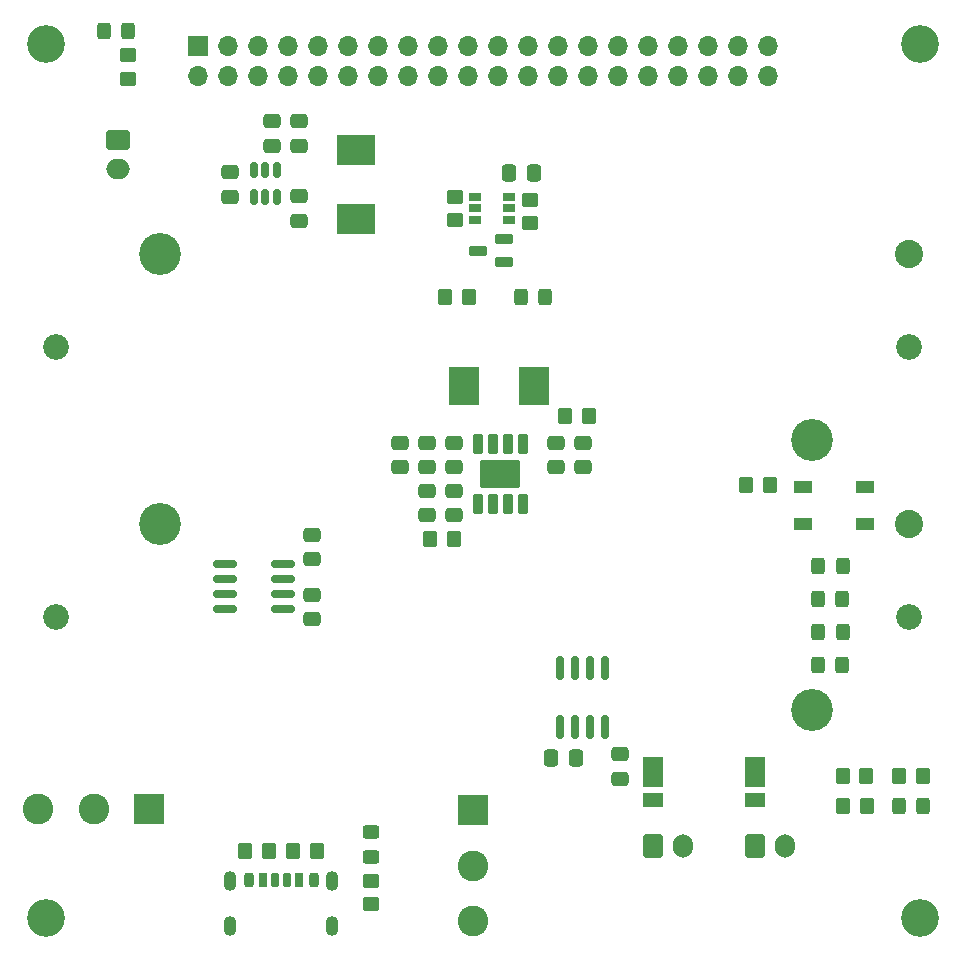
<source format=gts>
%TF.GenerationSoftware,KiCad,Pcbnew,8.0.6*%
%TF.CreationDate,2024-11-27T19:42:17+03:00*%
%TF.ProjectId,EPSv3,45505376-332e-46b6-9963-61645f706362,rev?*%
%TF.SameCoordinates,Original*%
%TF.FileFunction,Soldermask,Top*%
%TF.FilePolarity,Negative*%
%FSLAX46Y46*%
G04 Gerber Fmt 4.6, Leading zero omitted, Abs format (unit mm)*
G04 Created by KiCad (PCBNEW 8.0.6) date 2024-11-27 19:42:17*
%MOMM*%
%LPD*%
G01*
G04 APERTURE LIST*
G04 Aperture macros list*
%AMRoundRect*
0 Rectangle with rounded corners*
0 $1 Rounding radius*
0 $2 $3 $4 $5 $6 $7 $8 $9 X,Y pos of 4 corners*
0 Add a 4 corners polygon primitive as box body*
4,1,4,$2,$3,$4,$5,$6,$7,$8,$9,$2,$3,0*
0 Add four circle primitives for the rounded corners*
1,1,$1+$1,$2,$3*
1,1,$1+$1,$4,$5*
1,1,$1+$1,$6,$7*
1,1,$1+$1,$8,$9*
0 Add four rect primitives between the rounded corners*
20,1,$1+$1,$2,$3,$4,$5,0*
20,1,$1+$1,$4,$5,$6,$7,0*
20,1,$1+$1,$6,$7,$8,$9,0*
20,1,$1+$1,$8,$9,$2,$3,0*%
G04 Aperture macros list end*
%ADD10RoundRect,0.250000X-0.337500X-0.475000X0.337500X-0.475000X0.337500X0.475000X-0.337500X0.475000X0*%
%ADD11RoundRect,0.250000X-0.475000X0.337500X-0.475000X-0.337500X0.475000X-0.337500X0.475000X0.337500X0*%
%ADD12RoundRect,0.250000X0.475000X-0.337500X0.475000X0.337500X-0.475000X0.337500X-0.475000X-0.337500X0*%
%ADD13RoundRect,0.250000X-0.450000X0.350000X-0.450000X-0.350000X0.450000X-0.350000X0.450000X0.350000X0*%
%ADD14RoundRect,0.250000X-0.600000X-0.750000X0.600000X-0.750000X0.600000X0.750000X-0.600000X0.750000X0*%
%ADD15O,1.700000X2.000000*%
%ADD16RoundRect,0.250000X0.337500X0.475000X-0.337500X0.475000X-0.337500X-0.475000X0.337500X-0.475000X0*%
%ADD17R,3.200000X2.600000*%
%ADD18RoundRect,0.250000X0.325000X0.450000X-0.325000X0.450000X-0.325000X-0.450000X0.325000X-0.450000X0*%
%ADD19RoundRect,0.250000X-0.325000X-0.450000X0.325000X-0.450000X0.325000X0.450000X-0.325000X0.450000X0*%
%ADD20RoundRect,0.250000X-0.350000X-0.450000X0.350000X-0.450000X0.350000X0.450000X-0.350000X0.450000X0*%
%ADD21RoundRect,0.250000X0.450000X-0.350000X0.450000X0.350000X-0.450000X0.350000X-0.450000X-0.350000X0*%
%ADD22R,2.595000X2.595000*%
%ADD23C,2.595000*%
%ADD24RoundRect,0.102000X0.660400X0.279400X-0.660400X0.279400X-0.660400X-0.279400X0.660400X-0.279400X0*%
%ADD25RoundRect,0.150000X-0.150000X0.825000X-0.150000X-0.825000X0.150000X-0.825000X0.150000X0.825000X0*%
%ADD26RoundRect,0.250000X-0.750000X0.600000X-0.750000X-0.600000X0.750000X-0.600000X0.750000X0.600000X0*%
%ADD27O,2.000000X1.700000*%
%ADD28RoundRect,0.175000X-0.175000X-0.425000X0.175000X-0.425000X0.175000X0.425000X-0.175000X0.425000X0*%
%ADD29RoundRect,0.190000X0.190000X0.410000X-0.190000X0.410000X-0.190000X-0.410000X0.190000X-0.410000X0*%
%ADD30RoundRect,0.200000X0.200000X0.400000X-0.200000X0.400000X-0.200000X-0.400000X0.200000X-0.400000X0*%
%ADD31RoundRect,0.175000X0.175000X0.425000X-0.175000X0.425000X-0.175000X-0.425000X0.175000X-0.425000X0*%
%ADD32RoundRect,0.190000X-0.190000X-0.410000X0.190000X-0.410000X0.190000X0.410000X-0.190000X0.410000X0*%
%ADD33RoundRect,0.200000X-0.200000X-0.400000X0.200000X-0.400000X0.200000X0.400000X-0.200000X0.400000X0*%
%ADD34O,1.100000X1.700000*%
%ADD35RoundRect,0.233280X0.198720X-0.631220X0.198720X0.631220X-0.198720X0.631220X-0.198720X-0.631220X0*%
%ADD36RoundRect,0.102000X1.550000X-1.105000X1.550000X1.105000X-1.550000X1.105000X-1.550000X-1.105000X0*%
%ADD37RoundRect,0.102000X-0.750000X0.525000X-0.750000X-0.525000X0.750000X-0.525000X0.750000X0.525000X0*%
%ADD38RoundRect,0.102000X-0.750000X1.200000X-0.750000X-1.200000X0.750000X-1.200000X0.750000X1.200000X0*%
%ADD39C,3.200000*%
%ADD40RoundRect,0.051000X-0.476250X-0.279400X0.476250X-0.279400X0.476250X0.279400X-0.476250X0.279400X0*%
%ADD41RoundRect,0.250000X0.350000X0.450000X-0.350000X0.450000X-0.350000X-0.450000X0.350000X-0.450000X0*%
%ADD42RoundRect,0.150000X-0.825000X-0.150000X0.825000X-0.150000X0.825000X0.150000X-0.825000X0.150000X0*%
%ADD43R,1.550000X1.000000*%
%ADD44RoundRect,0.150000X-0.150000X0.512500X-0.150000X-0.512500X0.150000X-0.512500X0.150000X0.512500X0*%
%ADD45RoundRect,0.250000X-0.450000X0.325000X-0.450000X-0.325000X0.450000X-0.325000X0.450000X0.325000X0*%
%ADD46R,2.600000X3.200000*%
%ADD47R,1.700000X1.700000*%
%ADD48O,1.700000X1.700000*%
%ADD49C,3.550000*%
%ADD50C,2.390000*%
%ADD51C,2.184000*%
G04 APERTURE END LIST*
D10*
%TO.C,C5*%
X92625106Y-59857982D03*
X94700106Y-59857982D03*
%TD*%
D11*
%TO.C,C7*%
X96583606Y-82730482D03*
X96583606Y-84805482D03*
%TD*%
%TO.C,C11*%
X75947606Y-95585482D03*
X75947606Y-97660482D03*
%TD*%
D12*
%TO.C,C14*%
X74866606Y-63943482D03*
X74866606Y-61868482D03*
%TD*%
D13*
%TO.C,R11*%
X88074606Y-61905982D03*
X88074606Y-63905982D03*
%TD*%
D14*
%TO.C,J2*%
X113494606Y-116859982D03*
D15*
X115994606Y-116859982D03*
%TD*%
D16*
%TO.C,C1*%
X98256106Y-109387982D03*
X96181106Y-109387982D03*
%TD*%
D17*
%TO.C,L2*%
X79692606Y-63823982D03*
X79692606Y-57923982D03*
%TD*%
D18*
%TO.C,D3*%
X127707606Y-113451982D03*
X125657606Y-113451982D03*
%TD*%
D19*
%TO.C,D8*%
X118822106Y-93154482D03*
X120872106Y-93154482D03*
%TD*%
D20*
%TO.C,R5*%
X74374606Y-117261982D03*
X76374606Y-117261982D03*
%TD*%
D21*
%TO.C,R4*%
X80962606Y-121817982D03*
X80962606Y-119817982D03*
%TD*%
D22*
%TO.C,S1*%
X89598606Y-113831982D03*
D23*
X89598606Y-118531982D03*
X89598606Y-123231982D03*
%TD*%
D12*
%TO.C,C16*%
X72580606Y-57593482D03*
X72580606Y-55518482D03*
%TD*%
D24*
%TO.C,U3*%
X92214806Y-67401782D03*
X92214806Y-65522182D03*
X90030406Y-66461982D03*
%TD*%
D18*
%TO.C,D7*%
X120849606Y-95925982D03*
X118799606Y-95925982D03*
%TD*%
D25*
%TO.C,U1*%
X100771606Y-101832982D03*
X99501606Y-101832982D03*
X98231606Y-101832982D03*
X96961606Y-101832982D03*
X96961606Y-106782982D03*
X98231606Y-106782982D03*
X99501606Y-106782982D03*
X100771606Y-106782982D03*
%TD*%
D11*
%TO.C,C8*%
X87947606Y-82730482D03*
X87947606Y-84805482D03*
%TD*%
D12*
%TO.C,C3*%
X85661606Y-88869482D03*
X85661606Y-86794482D03*
%TD*%
D22*
%TO.C,S3*%
X62166606Y-113705982D03*
D23*
X57466606Y-113705982D03*
X52766606Y-113705982D03*
%TD*%
D26*
%TO.C,J4*%
X59520606Y-57083982D03*
D27*
X59520606Y-59583982D03*
%TD*%
D11*
%TO.C,C6*%
X98869606Y-82730482D03*
X98869606Y-84805482D03*
%TD*%
D28*
%TO.C,J3*%
X72842606Y-119769982D03*
D29*
X74862606Y-119769982D03*
D30*
X76092606Y-119769982D03*
D31*
X73842606Y-119769982D03*
D32*
X71822606Y-119769982D03*
D33*
X70592606Y-119769982D03*
D34*
X69022606Y-119849982D03*
X69022606Y-123649982D03*
X77662606Y-119849982D03*
X77662606Y-123649982D03*
%TD*%
D18*
%TO.C,D9*%
X95703606Y-70398982D03*
X93653606Y-70398982D03*
%TD*%
D35*
%TO.C,U2*%
X89979606Y-87941982D03*
X91249606Y-87941982D03*
X92519606Y-87941982D03*
X93789606Y-87941982D03*
X93789606Y-82861982D03*
X92519606Y-82861982D03*
X91249606Y-82861982D03*
X89979606Y-82861982D03*
D36*
X91884606Y-85401982D03*
%TD*%
D20*
%TO.C,R2*%
X120872606Y-110911982D03*
X122872606Y-110911982D03*
%TD*%
D11*
%TO.C,C2*%
X102044606Y-109112482D03*
X102044606Y-111187482D03*
%TD*%
D19*
%TO.C,D6*%
X118822106Y-98719982D03*
X120872106Y-98719982D03*
%TD*%
D12*
%TO.C,C12*%
X75947606Y-92580482D03*
X75947606Y-90505482D03*
%TD*%
D37*
%TO.C,D1*%
X104838606Y-112943982D03*
D38*
X104838606Y-110568982D03*
%TD*%
D20*
%TO.C,R8*%
X97361606Y-80465982D03*
X99361606Y-80465982D03*
%TD*%
D14*
%TO.C,J1*%
X104858606Y-116859982D03*
D15*
X107358606Y-116859982D03*
%TD*%
D39*
%TO.C,H4*%
X127431824Y-48970295D03*
%TD*%
D18*
%TO.C,D5*%
X120858606Y-101513982D03*
X118808606Y-101513982D03*
%TD*%
D19*
%TO.C,D10*%
X58296806Y-47843782D03*
X60346806Y-47843782D03*
%TD*%
D11*
%TO.C,C13*%
X69024606Y-59836482D03*
X69024606Y-61911482D03*
%TD*%
%TO.C,C10*%
X83375606Y-82730482D03*
X83375606Y-84805482D03*
%TD*%
D40*
%TO.C,IC1*%
X89782650Y-61943999D03*
X89782650Y-62894000D03*
X89782650Y-63844001D03*
X92589350Y-63844001D03*
X92589350Y-62894000D03*
X92589350Y-61943999D03*
%TD*%
D21*
%TO.C,R9*%
X94424606Y-64159982D03*
X94424606Y-62159982D03*
%TD*%
D41*
%TO.C,R7*%
X87931606Y-90879982D03*
X85931606Y-90879982D03*
%TD*%
D39*
%TO.C,H1*%
X53392000Y-122988000D03*
%TD*%
D20*
%TO.C,R10*%
X112728606Y-86273982D03*
X114728606Y-86273982D03*
%TD*%
D41*
%TO.C,R12*%
X89233000Y-70411000D03*
X87233000Y-70411000D03*
%TD*%
D42*
%TO.C,U4*%
X68581606Y-93004982D03*
X68581606Y-94274982D03*
X68581606Y-95544982D03*
X68581606Y-96814982D03*
X73531606Y-96814982D03*
X73531606Y-95544982D03*
X73531606Y-94274982D03*
X73531606Y-93004982D03*
%TD*%
D12*
%TO.C,C4*%
X87947606Y-88869482D03*
X87947606Y-86794482D03*
%TD*%
D43*
%TO.C,S2*%
X117538606Y-86451982D03*
X117538606Y-89651982D03*
X122788606Y-89651982D03*
X122788606Y-86451982D03*
%TD*%
D39*
%TO.C,H2*%
X127431824Y-122988000D03*
%TD*%
D44*
%TO.C,U5*%
X72956606Y-59614982D03*
X72006606Y-59614982D03*
X71056606Y-59614982D03*
X71056606Y-61889982D03*
X72006606Y-61889982D03*
X72956606Y-61889982D03*
%TD*%
D20*
%TO.C,R1*%
X120901606Y-113451982D03*
X122901606Y-113451982D03*
%TD*%
D41*
%TO.C,R6*%
X72310606Y-117261982D03*
X70310606Y-117261982D03*
%TD*%
D45*
%TO.C,D4*%
X80962606Y-115719982D03*
X80962606Y-117769982D03*
%TD*%
D20*
%TO.C,R3*%
X125682606Y-110911982D03*
X127682606Y-110911982D03*
%TD*%
D11*
%TO.C,C9*%
X85661606Y-82730482D03*
X85661606Y-84805482D03*
%TD*%
D46*
%TO.C,L1*%
X88807606Y-77925982D03*
X94707606Y-77925982D03*
%TD*%
D37*
%TO.C,D2*%
X113441106Y-112978482D03*
D38*
X113441106Y-110603482D03*
%TD*%
D21*
%TO.C,R13*%
X60337806Y-51891782D03*
X60337806Y-49891782D03*
%TD*%
D12*
%TO.C,C15*%
X74866606Y-57593482D03*
X74866606Y-55518482D03*
%TD*%
D47*
%TO.C,J5*%
X66260606Y-49169982D03*
D48*
X66260606Y-51709982D03*
X68800606Y-49169982D03*
X68800606Y-51709982D03*
X71340606Y-49169982D03*
X71340606Y-51709982D03*
X73880606Y-49169982D03*
X73880606Y-51709982D03*
X76420606Y-49169982D03*
X76420606Y-51709982D03*
X78960606Y-49169982D03*
X78960606Y-51709982D03*
X81500606Y-49169982D03*
X81500606Y-51709982D03*
X84040606Y-49169982D03*
X84040606Y-51709982D03*
X86580606Y-49169982D03*
X86580606Y-51709982D03*
X89120606Y-49169982D03*
X89120606Y-51709982D03*
X91660606Y-49169982D03*
X91660606Y-51709982D03*
X94200606Y-49169982D03*
X94200606Y-51709982D03*
X96740606Y-49169982D03*
X96740606Y-51709982D03*
X99280606Y-49169982D03*
X99280606Y-51709982D03*
X101820606Y-49169982D03*
X101820606Y-51709982D03*
X104360606Y-49169982D03*
X104360606Y-51709982D03*
X106900606Y-49169982D03*
X106900606Y-51709982D03*
X109440606Y-49169982D03*
X109440606Y-51709982D03*
X111980606Y-49169982D03*
X111980606Y-51709982D03*
X114520606Y-49169982D03*
X114520606Y-51709982D03*
%TD*%
D39*
%TO.C,H3*%
X53392000Y-48970295D03*
%TD*%
D49*
%TO.C,BT2*%
X63070606Y-66719982D03*
X118270606Y-82459982D03*
D50*
X126470606Y-66719982D03*
D51*
X54250606Y-74589982D03*
X126470606Y-74589982D03*
%TD*%
D49*
%TO.C,BT1*%
X63070606Y-89579982D03*
X118270606Y-105319982D03*
D50*
X126470606Y-89579982D03*
D51*
X54250606Y-97449982D03*
X126470606Y-97449982D03*
%TD*%
M02*

</source>
